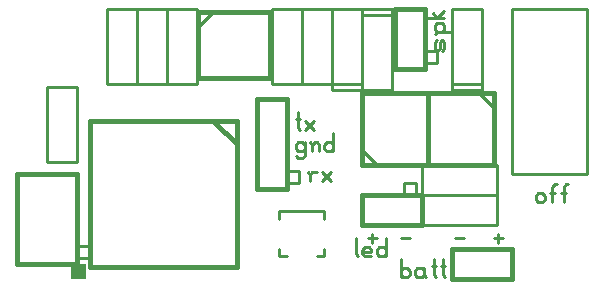
<source format=gto>
G04 start of page 8 for group -4079 idx -4079 *
G04 Title: (unknown), topsilk *
G04 Creator: pcb 20140316 *
G04 CreationDate: Fri 04 Sep 2020 02:51:09 AM GMT UTC *
G04 For: thomasc *
G04 Format: Gerber/RS-274X *
G04 PCB-Dimensions (mil): 2000.00 1000.00 *
G04 PCB-Coordinate-Origin: lower left *
%MOIN*%
%FSLAX25Y25*%
%LNTOPSILK*%
%ADD57C,0.0157*%
%ADD56C,0.0150*%
%ADD55C,0.0100*%
%ADD54C,0.0001*%
G54D54*G36*
X28000Y5000D02*X23000D01*
Y10000D01*
X28000D01*
Y5000D01*
G37*
G54D55*X120000Y95000D02*X130000D01*
Y93000D01*
X150000Y70000D02*Y68000D01*
X160000D01*
Y70000D01*
X110000D02*Y68000D01*
X120000D01*
Y70000D01*
X151000Y18500D02*X154000D01*
X164000D02*X167000D01*
X165500Y20000D02*Y17000D01*
X133000Y18500D02*X136000D01*
X122000D02*X125000D01*
X123500Y20000D02*Y17000D01*
X102750Y39750D02*Y37500D01*
Y39750D02*X103500Y40500D01*
X105000D01*
X102000D02*X102750Y39750D01*
X106800Y40500D02*X109800Y37500D01*
X106800D02*X109800Y40500D01*
X98750Y60500D02*Y55250D01*
X99500Y54500D01*
X98000Y58250D02*X99500D01*
X101000Y57500D02*X104000Y54500D01*
X101000D02*X104000Y57500D01*
X100250Y50500D02*X101000Y49750D01*
X98750Y50500D02*X100250D01*
X98000Y49750D02*X98750Y50500D01*
X98000Y49750D02*Y48250D01*
X98750Y47500D01*
X100250D01*
X101000Y48250D01*
X98000Y46000D02*X98750Y45250D01*
X100250D01*
X101000Y46000D01*
Y50500D02*Y46000D01*
X103550Y49750D02*Y47500D01*
Y49750D02*X104300Y50500D01*
X105050D01*
X105800Y49750D01*
Y47500D01*
X102800Y50500D02*X103550Y49750D01*
X110600Y53500D02*Y47500D01*
X109850D02*X110600Y48250D01*
X108350Y47500D02*X109850D01*
X107600Y48250D02*X108350Y47500D01*
X107600Y49750D02*Y48250D01*
Y49750D02*X108350Y50500D01*
X109850D01*
X110600Y49750D01*
X118000Y18500D02*Y13250D01*
X118750Y12500D01*
X121000D02*X123250D01*
X120250Y13250D02*X121000Y12500D01*
X120250Y14750D02*Y13250D01*
Y14750D02*X121000Y15500D01*
X122500D01*
X123250Y14750D01*
X120250Y14000D02*X123250D01*
Y14750D02*Y14000D01*
X128050Y18500D02*Y12500D01*
X127300D02*X128050Y13250D01*
X125800Y12500D02*X127300D01*
X125050Y13250D02*X125800Y12500D01*
X125050Y14750D02*Y13250D01*
Y14750D02*X125800Y15500D01*
X127300D01*
X128050Y14750D01*
X147500Y84000D02*Y81750D01*
Y84000D02*X146750Y84750D01*
X146000Y84000D02*X146750Y84750D01*
X146000Y84000D02*Y81750D01*
X145250Y81000D02*X146000Y81750D01*
X145250Y81000D02*X144500Y81750D01*
Y84000D02*Y81750D01*
Y84000D02*X145250Y84750D01*
X146750Y81000D02*X147500Y81750D01*
X145250Y87300D02*X149750D01*
X144500Y86550D02*X145250Y87300D01*
X144500Y88050D01*
Y89550D02*Y88050D01*
Y89550D02*X145250Y90300D01*
X146750D01*
X147500Y89550D02*X146750Y90300D01*
X147500Y89550D02*Y88050D01*
X146750Y87300D02*X147500Y88050D01*
X141500Y92100D02*X147500D01*
X145250D02*X147500Y94350D01*
X145250Y92100D02*X143750Y93600D01*
X178000Y32750D02*Y31250D01*
Y32750D02*X178750Y33500D01*
X180250D01*
X181000Y32750D01*
Y31250D01*
X180250Y30500D02*X181000Y31250D01*
X178750Y30500D02*X180250D01*
X178000Y31250D02*X178750Y30500D01*
X183550Y35750D02*Y30500D01*
Y35750D02*X184300Y36500D01*
X185050D01*
X182800Y33500D02*X184300D01*
X187300Y35750D02*Y30500D01*
Y35750D02*X188050Y36500D01*
X188800D01*
X186550Y33500D02*X188050D01*
X133000Y11500D02*Y5500D01*
Y6250D02*X133750Y5500D01*
X135250D01*
X136000Y6250D01*
Y7750D02*Y6250D01*
X135250Y8500D02*X136000Y7750D01*
X133750Y8500D02*X135250D01*
X133000Y7750D02*X133750Y8500D01*
X140050D02*X140800Y7750D01*
X138550Y8500D02*X140050D01*
X137800Y7750D02*X138550Y8500D01*
X137800Y7750D02*Y6250D01*
X138550Y5500D01*
X140800Y8500D02*Y6250D01*
X141550Y5500D01*
X138550D02*X140050D01*
X140800Y6250D01*
X144100Y11500D02*Y6250D01*
X144850Y5500D01*
X143350Y9250D02*X144850D01*
X147100Y11500D02*Y6250D01*
X147850Y5500D01*
X146350Y9250D02*X147850D01*
G54D56*X5000Y10000D02*X25000D01*
Y40000D02*Y10000D01*
G54D55*Y16000D02*X29000D01*
G54D56*X5000Y40000D02*X25000D01*
G54D55*Y12000D02*X29000D01*
Y16000D02*Y12000D01*
G54D56*X5000Y40000D02*Y10000D01*
G54D57*X78386Y57736D02*Y8917D01*
X29567D02*X78386D01*
X29567Y57736D02*Y8917D01*
Y57736D02*X78386D01*
X70512D02*X78386Y49862D01*
G54D55*X92500Y25000D02*Y27500D01*
X107500D01*
Y25000D01*
Y15000D02*Y12500D01*
X105000D01*
X95000D02*X92500D01*
Y15000D01*
G54D56*X85000Y65000D02*Y35000D01*
X95000Y65000D02*Y35000D01*
G54D55*X99000Y41000D02*Y37000D01*
X95000Y41000D02*X99000D01*
X95000Y37000D02*X99000D01*
G54D56*X85000Y35000D02*X95000D01*
X85000Y65000D02*X95000D01*
G54D55*X15000Y69000D02*Y44000D01*
Y69000D02*X25000D01*
Y44000D01*
X15000D02*X25000D01*
X170000Y95000D02*Y40000D01*
X195000D01*
Y95000D01*
X170000D01*
X100000D02*Y70000D01*
Y95000D02*X110000D01*
Y70000D01*
X100000D02*X110000D01*
Y95000D02*Y70000D01*
Y95000D02*X120000D01*
Y70000D01*
X110000D02*X120000D01*
Y93000D02*Y68000D01*
Y93000D02*X130000D01*
Y68000D01*
X120000D02*X130000D01*
G54D56*X131000Y95000D02*Y75000D01*
X141000Y95000D02*Y75000D01*
G54D55*X145000Y81000D02*Y77000D01*
X141000Y81000D02*X145000D01*
X141000Y77000D02*X145000D01*
G54D56*X131000Y75000D02*X141000D01*
X131000Y95000D02*X141000D01*
X120000Y67000D02*X142000D01*
X120000D02*Y43000D01*
X142000D01*
Y67000D02*Y43000D01*
G54D55*X120000Y48000D02*X125000Y43000D01*
G54D56*X120000Y23000D02*X140000D01*
X120000Y33000D02*X140000D01*
G54D55*X134000Y37000D02*X138000D01*
X134000D02*Y33000D01*
X138000Y37000D02*Y33000D01*
G54D56*X140000D02*Y23000D01*
X120000Y33000D02*Y23000D01*
G54D55*X35000Y95000D02*Y70000D01*
Y95000D02*X45000D01*
Y70000D01*
X35000D02*X45000D01*
Y95000D02*Y70000D01*
Y95000D02*X55000D01*
Y70000D01*
X45000D02*X55000D01*
Y95000D02*Y70000D01*
Y95000D02*X65000D01*
Y70000D01*
X55000D02*X65000D01*
X90000Y95000D02*Y70000D01*
Y95000D02*X100000D01*
Y70000D01*
X90000D02*X100000D01*
G54D56*X89500Y94000D02*Y72000D01*
X65500Y94000D02*X89500D01*
X65500D02*Y72000D01*
X89500D01*
G54D55*X70500Y94000D02*X65500Y89000D01*
X150000Y95000D02*Y70000D01*
Y95000D02*X160000D01*
Y70000D01*
X150000D02*X160000D01*
G54D56*X142000Y43000D02*X164000D01*
Y67000D02*Y43000D01*
X142000Y67000D02*X164000D01*
X142000D02*Y43000D01*
G54D55*X164000Y62000D02*X159000Y67000D01*
X140000Y43000D02*X165000D01*
Y33000D01*
X140000D01*
Y43000D01*
Y33000D02*X165000D01*
Y23000D01*
X140000D01*
Y33000D01*
G54D56*X150000Y15000D02*X170000D01*
X150000Y5000D02*X170000D01*
X150000Y15000D02*Y5000D01*
X170000Y15000D02*Y5000D01*
M02*

</source>
